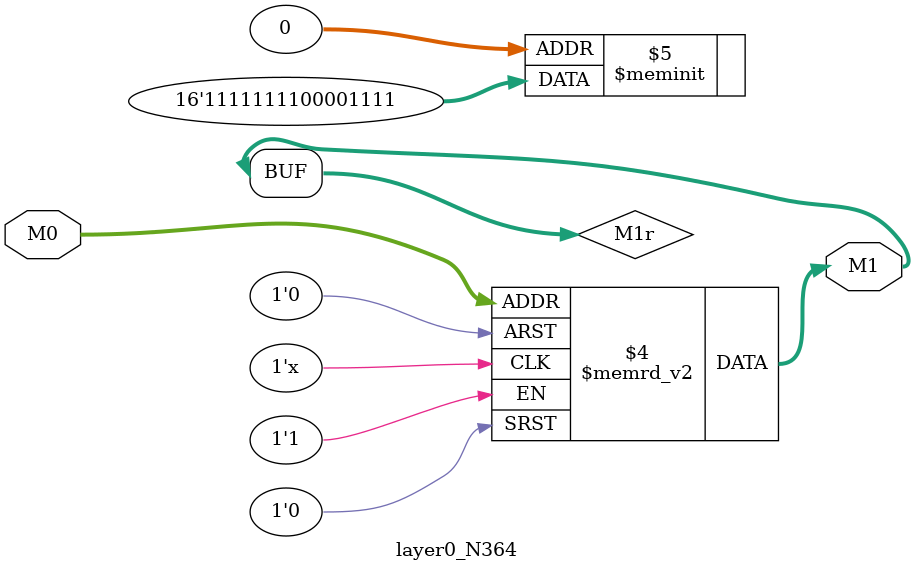
<source format=v>
module layer0_N364 ( input [2:0] M0, output [1:0] M1 );

	(*rom_style = "distributed" *) reg [1:0] M1r;
	assign M1 = M1r;
	always @ (M0) begin
		case (M0)
			3'b000: M1r = 2'b11;
			3'b100: M1r = 2'b11;
			3'b010: M1r = 2'b00;
			3'b110: M1r = 2'b11;
			3'b001: M1r = 2'b11;
			3'b101: M1r = 2'b11;
			3'b011: M1r = 2'b00;
			3'b111: M1r = 2'b11;

		endcase
	end
endmodule

</source>
